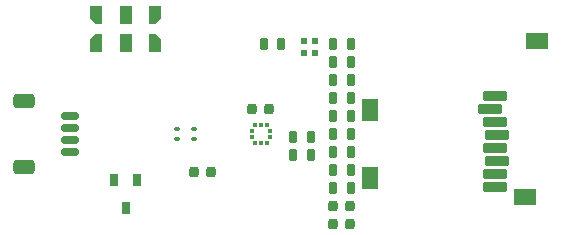
<source format=gbr>
%TF.GenerationSoftware,KiCad,Pcbnew,9.0.0*%
%TF.CreationDate,2025-03-29T14:14:08-04:00*%
%TF.ProjectId,weather-featherwing,77656174-6865-4722-9d66-656174686572,1.3.0*%
%TF.SameCoordinates,Original*%
%TF.FileFunction,Paste,Top*%
%TF.FilePolarity,Positive*%
%FSLAX46Y46*%
G04 Gerber Fmt 4.6, Leading zero omitted, Abs format (unit mm)*
G04 Created by KiCad (PCBNEW 9.0.0) date 2025-03-29 14:14:08*
%MOMM*%
%LPD*%
G01*
G04 APERTURE LIST*
G04 Aperture macros list*
%AMRoundRect*
0 Rectangle with rounded corners*
0 $1 Rounding radius*
0 $2 $3 $4 $5 $6 $7 $8 $9 X,Y pos of 4 corners*
0 Add a 4 corners polygon primitive as box body*
4,1,4,$2,$3,$4,$5,$6,$7,$8,$9,$2,$3,0*
0 Add four circle primitives for the rounded corners*
1,1,$1+$1,$2,$3*
1,1,$1+$1,$4,$5*
1,1,$1+$1,$6,$7*
1,1,$1+$1,$8,$9*
0 Add four rect primitives between the rounded corners*
20,1,$1+$1,$2,$3,$4,$5,0*
20,1,$1+$1,$4,$5,$6,$7,0*
20,1,$1+$1,$6,$7,$8,$9,0*
20,1,$1+$1,$8,$9,$2,$3,0*%
%AMFreePoly0*
4,1,18,-0.500000,0.750000,-0.496194,0.769134,-0.485355,0.785355,-0.469134,0.796194,-0.450000,0.800000,0.450000,0.800000,0.469134,0.796194,0.485355,0.785355,0.496194,0.769134,0.500000,0.750000,0.500000,-0.750000,0.496194,-0.769134,0.485355,-0.785355,0.469134,-0.796194,0.450000,-0.800000,0.000000,-0.800000,-0.500000,-0.300000,-0.500000,0.750000,-0.500000,0.750000,$1*%
%AMFreePoly1*
4,1,18,-0.500000,0.300000,0.000000,0.800000,0.450000,0.800000,0.469134,0.796194,0.485355,0.785355,0.496194,0.769134,0.500000,0.750000,0.500000,-0.750000,0.496194,-0.769134,0.485355,-0.785355,0.469134,-0.796194,0.450000,-0.800000,-0.450000,-0.800000,-0.469134,-0.796194,-0.485355,-0.785355,-0.496194,-0.769134,-0.500000,-0.750000,-0.500000,0.300000,-0.500000,0.300000,$1*%
%AMFreePoly2*
4,1,18,-0.500000,0.750000,-0.496194,0.769134,-0.485355,0.785355,-0.469134,0.796194,-0.450000,0.800000,0.450000,0.800000,0.469134,0.796194,0.485355,0.785355,0.496194,0.769134,0.500000,0.750000,0.500000,-0.300000,0.000000,-0.800000,-0.450000,-0.800000,-0.469134,-0.796194,-0.485355,-0.785355,-0.496194,-0.769134,-0.500000,-0.750000,-0.500000,0.750000,-0.500000,0.750000,$1*%
%AMFreePoly3*
4,1,18,-0.500000,0.750000,-0.496194,0.769134,-0.485355,0.785355,-0.469134,0.796194,-0.450000,0.800000,0.000000,0.800000,0.500000,0.300000,0.500000,-0.750000,0.496194,-0.769134,0.485355,-0.785355,0.469134,-0.796194,0.450000,-0.800000,-0.450000,-0.800000,-0.469134,-0.796194,-0.485355,-0.785355,-0.496194,-0.769134,-0.500000,-0.750000,-0.500000,0.750000,-0.500000,0.750000,$1*%
G04 Aperture macros list end*
%ADD10RoundRect,0.050000X-0.200000X-0.100000X0.200000X-0.100000X0.200000X0.100000X-0.200000X0.100000X0*%
%ADD11RoundRect,0.050000X0.275000X0.475000X-0.275000X0.475000X-0.275000X-0.475000X0.275000X-0.475000X0*%
%ADD12RoundRect,0.050000X0.225000X-0.225000X0.225000X0.225000X-0.225000X0.225000X-0.225000X-0.225000X0*%
%ADD13RoundRect,0.187500X-0.187500X-0.312500X0.187500X-0.312500X0.187500X0.312500X-0.187500X0.312500X0*%
%ADD14RoundRect,0.200000X-0.200000X-0.250000X0.200000X-0.250000X0.200000X0.250000X-0.200000X0.250000X0*%
%ADD15RoundRect,0.050000X0.950000X-0.350000X0.950000X0.350000X-0.950000X0.350000X-0.950000X-0.350000X0*%
%ADD16RoundRect,0.050000X0.650000X-0.850000X0.650000X0.850000X-0.650000X0.850000X-0.650000X-0.850000X0*%
%ADD17RoundRect,0.050000X0.900000X-0.650000X0.900000X0.650000X-0.900000X0.650000X-0.900000X-0.650000X0*%
%ADD18RoundRect,0.050000X-0.148500X-0.125000X0.148500X-0.125000X0.148500X0.125000X-0.148500X0.125000X0*%
%ADD19RoundRect,0.050000X0.125000X-0.148500X0.125000X0.148500X-0.125000X0.148500X-0.125000X-0.148500X0*%
%ADD20FreePoly0,180.000000*%
%ADD21FreePoly1,180.000000*%
%ADD22RoundRect,0.050000X0.450000X0.750000X-0.450000X0.750000X-0.450000X-0.750000X0.450000X-0.750000X0*%
%ADD23FreePoly2,180.000000*%
%ADD24FreePoly3,180.000000*%
%ADD25RoundRect,0.150000X-0.625000X0.150000X-0.625000X-0.150000X0.625000X-0.150000X0.625000X0.150000X0*%
%ADD26RoundRect,0.250000X-0.650000X0.350000X-0.650000X-0.350000X0.650000X-0.350000X0.650000X0.350000X0*%
%ADD27RoundRect,0.187500X0.187500X0.312500X-0.187500X0.312500X-0.187500X-0.312500X0.187500X-0.312500X0*%
G04 APERTURE END LIST*
D10*
%TO.C,U2*%
X128840000Y-107550000D03*
X128840000Y-108350000D03*
X130240000Y-108350000D03*
X130240000Y-107550000D03*
%TD*%
D11*
%TO.C,U3*%
X125410000Y-111880000D03*
X123510000Y-111880000D03*
X124460000Y-114180000D03*
%TD*%
D12*
%TO.C,D1*%
X140475000Y-101055000D03*
X140475000Y-100105000D03*
X139525000Y-100105000D03*
X139525000Y-101055000D03*
%TD*%
D13*
%TO.C,R3*%
X142000000Y-111000000D03*
X143500000Y-111000000D03*
%TD*%
D14*
%TO.C,C4*%
X130250000Y-111150000D03*
X131650000Y-111150000D03*
%TD*%
D15*
%TO.C,J3*%
X155700000Y-104765000D03*
X155300000Y-105865000D03*
X155700000Y-106965000D03*
X155900000Y-108065000D03*
X155700000Y-109165000D03*
X155900000Y-110265000D03*
X155700000Y-111365000D03*
X155700000Y-112465000D03*
D16*
X145150000Y-111655000D03*
X145150000Y-105955000D03*
D17*
X158300000Y-113255000D03*
X159300000Y-100105000D03*
%TD*%
D14*
%TO.C,C3*%
X135190000Y-105800000D03*
X136590000Y-105800000D03*
%TD*%
D13*
%TO.C,R6*%
X142000000Y-104900000D03*
X143500000Y-104900000D03*
%TD*%
D14*
%TO.C,C1*%
X142050000Y-115575000D03*
X143450000Y-115575000D03*
%TD*%
D18*
%TO.C,U1*%
X135124000Y-107700000D03*
X135124000Y-108200000D03*
D19*
X135390000Y-108716000D03*
X135890000Y-108716000D03*
X136390000Y-108716000D03*
D18*
X136656000Y-108200000D03*
X136656000Y-107700000D03*
D19*
X136390000Y-107184000D03*
X135890000Y-107184000D03*
X135390000Y-107184000D03*
%TD*%
D13*
%TO.C,R5*%
X142000000Y-107950000D03*
X143500000Y-107950000D03*
%TD*%
D20*
%TO.C,SW1*%
X126950000Y-100275000D03*
D21*
X126950000Y-97875000D03*
D22*
X124450000Y-100275000D03*
X124450000Y-97875000D03*
D23*
X121950000Y-100275000D03*
D24*
X121950000Y-97875000D03*
%TD*%
D25*
%TO.C,J4*%
X119730400Y-106450000D03*
X119730400Y-107450000D03*
X119730400Y-108450000D03*
X119730400Y-109450000D03*
D26*
X115855400Y-105150000D03*
X115855400Y-110750000D03*
%TD*%
D13*
%TO.C,R1*%
X142000000Y-106425000D03*
X143500000Y-106425000D03*
%TD*%
%TO.C,R12*%
X136156000Y-100325000D03*
X137656000Y-100325000D03*
%TD*%
D14*
%TO.C,C2*%
X142050000Y-114050000D03*
X143450000Y-114050000D03*
%TD*%
D13*
%TO.C,R7*%
X142000000Y-103375000D03*
X143500000Y-103375000D03*
%TD*%
%TO.C,R2*%
X142000000Y-112525000D03*
X143500000Y-112525000D03*
%TD*%
D27*
%TO.C,R9*%
X140125000Y-109750000D03*
X138625000Y-109750000D03*
%TD*%
D13*
%TO.C,R4*%
X142000000Y-109475000D03*
X143500000Y-109475000D03*
%TD*%
%TO.C,R10*%
X142000000Y-101850000D03*
X143500000Y-101850000D03*
%TD*%
%TO.C,R11*%
X142000000Y-100325000D03*
X143500000Y-100325000D03*
%TD*%
D27*
%TO.C,R8*%
X140125000Y-108200000D03*
X138625000Y-108200000D03*
%TD*%
M02*

</source>
